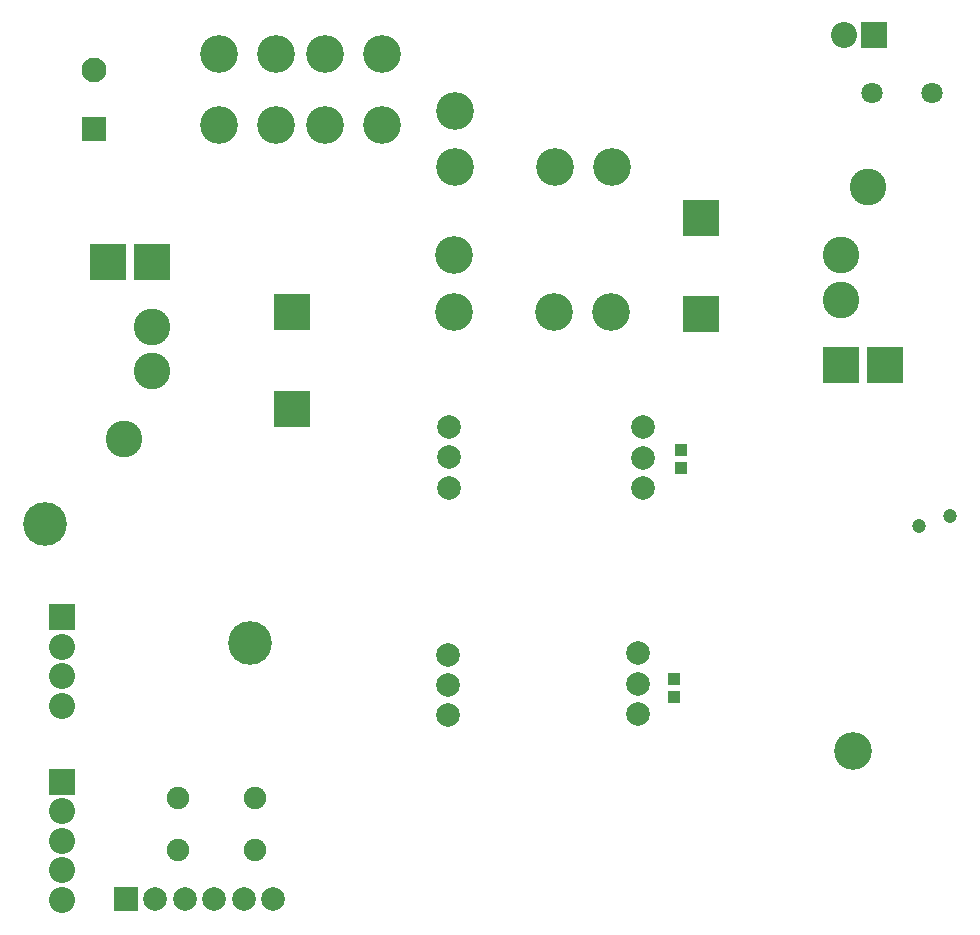
<source format=gbs>
G04*
G04 #@! TF.GenerationSoftware,Altium Limited,Altium Designer,20.1.14 (287)*
G04*
G04 Layer_Color=16711935*
%FSLAX25Y25*%
%MOIN*%
G70*
G04*
G04 #@! TF.SameCoordinates,7663C7E1-D25E-47D6-87D1-FA2199C3474E*
G04*
G04*
G04 #@! TF.FilePolarity,Negative*
G04*
G01*
G75*
%ADD55R,0.03937X0.03937*%
%ADD69C,0.12611*%
%ADD70C,0.07480*%
%ADD71C,0.07887*%
%ADD72C,0.08674*%
%ADD73R,0.08674X0.08674*%
%ADD74R,0.07887X0.07887*%
%ADD75C,0.07099*%
%ADD76R,0.08674X0.08674*%
%ADD77C,0.12205*%
%ADD78R,0.12205X0.12205*%
%ADD79R,0.08268X0.08268*%
%ADD80C,0.08268*%
%ADD82C,0.04737*%
%ADD83C,0.14580*%
D55*
X219685Y86024D02*
D03*
Y80118D02*
D03*
X222047Y162402D02*
D03*
Y156496D02*
D03*
D69*
X198819Y208661D02*
D03*
X179921D02*
D03*
X146457Y227559D02*
D03*
Y208661D02*
D03*
X279528Y62205D02*
D03*
X199213Y256693D02*
D03*
X180315D02*
D03*
X146850Y275590D02*
D03*
Y256693D02*
D03*
X103543Y270866D02*
D03*
X122441D02*
D03*
Y294488D02*
D03*
X103543D02*
D03*
X68110Y270866D02*
D03*
X87008D02*
D03*
Y294488D02*
D03*
X68110D02*
D03*
D70*
X54527Y29134D02*
D03*
Y46457D02*
D03*
X80118D02*
D03*
Y29134D02*
D03*
D71*
X209525Y149950D02*
D03*
Y159989D02*
D03*
Y170028D02*
D03*
X207874Y74606D02*
D03*
Y84646D02*
D03*
Y94685D02*
D03*
X144488Y74213D02*
D03*
Y84252D02*
D03*
Y94291D02*
D03*
X86221Y12992D02*
D03*
X46850D02*
D03*
X56693D02*
D03*
X66535D02*
D03*
X76378D02*
D03*
X144882Y150000D02*
D03*
Y160039D02*
D03*
Y170079D02*
D03*
D72*
X15748Y77165D02*
D03*
Y87008D02*
D03*
Y96850D02*
D03*
Y12598D02*
D03*
Y42126D02*
D03*
Y32283D02*
D03*
Y22441D02*
D03*
X276575Y300787D02*
D03*
D73*
X15748Y106693D02*
D03*
Y51968D02*
D03*
D74*
X37008Y12992D02*
D03*
D75*
X305827Y281496D02*
D03*
X285827D02*
D03*
D76*
X286417Y300787D02*
D03*
D77*
X275492Y227362D02*
D03*
X284646Y250098D02*
D03*
X275492Y212598D02*
D03*
X45768Y203543D02*
D03*
X36614Y166043D02*
D03*
X45768Y188779D02*
D03*
D78*
X290158Y190847D02*
D03*
X275492D02*
D03*
X228740Y207677D02*
D03*
Y239862D02*
D03*
X92520Y176279D02*
D03*
Y208465D02*
D03*
X45768Y225295D02*
D03*
X31102D02*
D03*
D79*
X26516Y269642D02*
D03*
D80*
Y289327D02*
D03*
D82*
X311811Y140551D02*
D03*
X301575Y137008D02*
D03*
D83*
X78347Y98032D02*
D03*
X10236Y137795D02*
D03*
M02*

</source>
